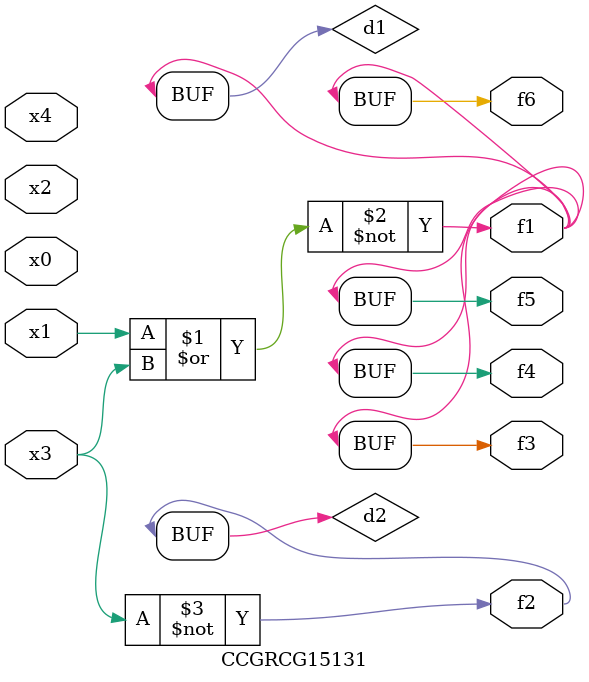
<source format=v>
module CCGRCG15131(
	input x0, x1, x2, x3, x4,
	output f1, f2, f3, f4, f5, f6
);

	wire d1, d2;

	nor (d1, x1, x3);
	not (d2, x3);
	assign f1 = d1;
	assign f2 = d2;
	assign f3 = d1;
	assign f4 = d1;
	assign f5 = d1;
	assign f6 = d1;
endmodule

</source>
